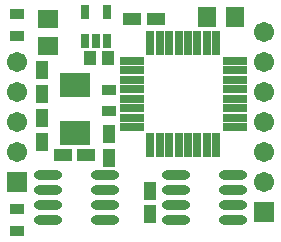
<source format=gts>
G04 Layer_Color=8388736*
%FSLAX25Y25*%
%MOIN*%
G70*
G01*
G75*
%ADD41R,0.04540X0.03753*%
%ADD42R,0.03162X0.04737*%
%ADD43R,0.06509X0.06115*%
%ADD44R,0.06115X0.06509*%
%ADD45R,0.07887X0.02572*%
%ADD46R,0.02572X0.07887*%
%ADD47R,0.10249X0.08280*%
%ADD48R,0.04300X0.04800*%
%ADD49R,0.04343X0.05918*%
%ADD50R,0.05918X0.04343*%
%ADD51O,0.09461X0.03162*%
%ADD52C,0.06706*%
%ADD53R,0.06706X0.06706*%
D41*
X-51673Y40945D02*
D03*
Y33858D02*
D03*
X-82500Y66043D02*
D03*
Y58957D02*
D03*
Y1043D02*
D03*
Y-6043D02*
D03*
D42*
X-59740Y66724D02*
D03*
X-52260D02*
D03*
Y57276D02*
D03*
X-56000D02*
D03*
X-59740D02*
D03*
D43*
X-72000Y64626D02*
D03*
Y55374D02*
D03*
D44*
X-19126Y65000D02*
D03*
X-9874D02*
D03*
D45*
X-44126Y50524D02*
D03*
Y47374D02*
D03*
Y44224D02*
D03*
Y41075D02*
D03*
Y37925D02*
D03*
Y34775D02*
D03*
Y31626D02*
D03*
Y28476D02*
D03*
X-9874D02*
D03*
Y31626D02*
D03*
Y34775D02*
D03*
Y37925D02*
D03*
Y41075D02*
D03*
Y44224D02*
D03*
Y47374D02*
D03*
Y50524D02*
D03*
D46*
X-38024Y22374D02*
D03*
X-34874D02*
D03*
X-31725D02*
D03*
X-28575D02*
D03*
X-25425D02*
D03*
X-22276D02*
D03*
X-19126D02*
D03*
X-15977D02*
D03*
Y56626D02*
D03*
X-19126D02*
D03*
X-22276D02*
D03*
X-25425D02*
D03*
X-28575D02*
D03*
X-31725D02*
D03*
X-34874D02*
D03*
X-38024D02*
D03*
D47*
X-63000Y26429D02*
D03*
Y42571D02*
D03*
D48*
X-52000Y51500D02*
D03*
X-58000D02*
D03*
D49*
X-74000Y31437D02*
D03*
Y23563D02*
D03*
Y47437D02*
D03*
Y39563D02*
D03*
X-38205Y-669D02*
D03*
Y7205D02*
D03*
X-51673Y26083D02*
D03*
Y18209D02*
D03*
D50*
X-59366Y19016D02*
D03*
X-67240D02*
D03*
X-36063Y64500D02*
D03*
X-43937D02*
D03*
D51*
X-53051Y-2500D02*
D03*
Y2500D02*
D03*
Y7500D02*
D03*
Y12500D02*
D03*
X-71949Y-2500D02*
D03*
Y2500D02*
D03*
Y7500D02*
D03*
Y12500D02*
D03*
X-29449D02*
D03*
Y7500D02*
D03*
Y2500D02*
D03*
Y-2500D02*
D03*
X-10551Y12500D02*
D03*
Y7500D02*
D03*
Y2500D02*
D03*
Y-2500D02*
D03*
D52*
X-82500Y50000D02*
D03*
Y40000D02*
D03*
Y30000D02*
D03*
Y20000D02*
D03*
X0Y60000D02*
D03*
Y50000D02*
D03*
Y40000D02*
D03*
Y30000D02*
D03*
Y10000D02*
D03*
Y20000D02*
D03*
D53*
X-82500Y10000D02*
D03*
X0Y0D02*
D03*
M02*

</source>
